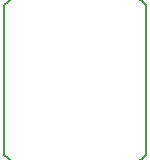
<source format=gm1>
G04 #@! TF.GenerationSoftware,KiCad,Pcbnew,(5.0.0-rc2-dev-596-gcfd2f1d00)*
G04 #@! TF.CreationDate,2018-11-17T14:23:37+02:00*
G04 #@! TF.ProjectId,WS2813_module,5753323831335F6D6F64756C652E6B69,rev?*
G04 #@! TF.SameCoordinates,Original*
G04 #@! TF.FileFunction,Profile,NP*
%FSLAX45Y45*%
G04 Gerber Fmt 4.5, Leading zero omitted, Abs format (unit mm)*
G04 Created by KiCad (PCBNEW (5.0.0-rc2-dev-596-gcfd2f1d00)) date 11/17/18 14:23:37*
%MOMM*%
%LPD*%
G01*
G04 APERTURE LIST*
%ADD10C,0.150000*%
G04 APERTURE END LIST*
D10*
X9400000Y-5675000D02*
G75*
G03X10600000Y-5675000I600000J600000D01*
G01*
X10600000Y-4400000D02*
G75*
G03X9400000Y-4400000I-600000J-600000D01*
G01*
X9400000Y-5675000D02*
X9400000Y-4400000D01*
X10600000Y-5675000D02*
X10600000Y-4400000D01*
M02*

</source>
